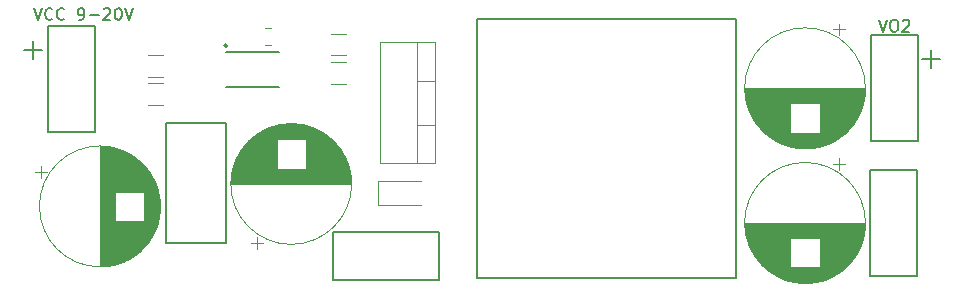
<source format=gbr>
G04 #@! TF.GenerationSoftware,KiCad,Pcbnew,5.1.5+dfsg1-2build2*
G04 #@! TF.CreationDate,2021-02-02T09:52:32+02:00*
G04 #@! TF.ProjectId,lm3488_dcdc,6c6d3334-3838-45f6-9463-64632e6b6963,rev?*
G04 #@! TF.SameCoordinates,Original*
G04 #@! TF.FileFunction,Legend,Top*
G04 #@! TF.FilePolarity,Positive*
%FSLAX46Y46*%
G04 Gerber Fmt 4.6, Leading zero omitted, Abs format (unit mm)*
G04 Created by KiCad (PCBNEW 5.1.5+dfsg1-2build2) date 2021-02-02 09:52:32*
%MOMM*%
%LPD*%
G04 APERTURE LIST*
%ADD10C,0.200000*%
%ADD11C,0.150000*%
%ADD12C,0.120000*%
G04 APERTURE END LIST*
D10*
X91938095Y-20792857D02*
X93461904Y-20792857D01*
X92700000Y-21554761D02*
X92700000Y-20030952D01*
D11*
X88266666Y-17502380D02*
X88600000Y-18502380D01*
X88933333Y-17502380D01*
X89457142Y-17502380D02*
X89647619Y-17502380D01*
X89742857Y-17550000D01*
X89838095Y-17645238D01*
X89885714Y-17835714D01*
X89885714Y-18169047D01*
X89838095Y-18359523D01*
X89742857Y-18454761D01*
X89647619Y-18502380D01*
X89457142Y-18502380D01*
X89361904Y-18454761D01*
X89266666Y-18359523D01*
X89219047Y-18169047D01*
X89219047Y-17835714D01*
X89266666Y-17645238D01*
X89361904Y-17550000D01*
X89457142Y-17502380D01*
X90266666Y-17597619D02*
X90314285Y-17550000D01*
X90409523Y-17502380D01*
X90647619Y-17502380D01*
X90742857Y-17550000D01*
X90790476Y-17597619D01*
X90838095Y-17692857D01*
X90838095Y-17788095D01*
X90790476Y-17930952D01*
X90219047Y-18502380D01*
X90838095Y-18502380D01*
D10*
X15888095Y-20042857D02*
X17411904Y-20042857D01*
X16650000Y-20804761D02*
X16650000Y-19280952D01*
D11*
X16709523Y-16502380D02*
X17042857Y-17502380D01*
X17376190Y-16502380D01*
X18280952Y-17407142D02*
X18233333Y-17454761D01*
X18090476Y-17502380D01*
X17995238Y-17502380D01*
X17852380Y-17454761D01*
X17757142Y-17359523D01*
X17709523Y-17264285D01*
X17661904Y-17073809D01*
X17661904Y-16930952D01*
X17709523Y-16740476D01*
X17757142Y-16645238D01*
X17852380Y-16550000D01*
X17995238Y-16502380D01*
X18090476Y-16502380D01*
X18233333Y-16550000D01*
X18280952Y-16597619D01*
X19280952Y-17407142D02*
X19233333Y-17454761D01*
X19090476Y-17502380D01*
X18995238Y-17502380D01*
X18852380Y-17454761D01*
X18757142Y-17359523D01*
X18709523Y-17264285D01*
X18661904Y-17073809D01*
X18661904Y-16930952D01*
X18709523Y-16740476D01*
X18757142Y-16645238D01*
X18852380Y-16550000D01*
X18995238Y-16502380D01*
X19090476Y-16502380D01*
X19233333Y-16550000D01*
X19280952Y-16597619D01*
X20519047Y-17502380D02*
X20709523Y-17502380D01*
X20804761Y-17454761D01*
X20852380Y-17407142D01*
X20947619Y-17264285D01*
X20995238Y-17073809D01*
X20995238Y-16692857D01*
X20947619Y-16597619D01*
X20900000Y-16550000D01*
X20804761Y-16502380D01*
X20614285Y-16502380D01*
X20519047Y-16550000D01*
X20471428Y-16597619D01*
X20423809Y-16692857D01*
X20423809Y-16930952D01*
X20471428Y-17026190D01*
X20519047Y-17073809D01*
X20614285Y-17121428D01*
X20804761Y-17121428D01*
X20900000Y-17073809D01*
X20947619Y-17026190D01*
X20995238Y-16930952D01*
X21423809Y-17121428D02*
X22185714Y-17121428D01*
X22614285Y-16597619D02*
X22661904Y-16550000D01*
X22757142Y-16502380D01*
X22995238Y-16502380D01*
X23090476Y-16550000D01*
X23138095Y-16597619D01*
X23185714Y-16692857D01*
X23185714Y-16788095D01*
X23138095Y-16930952D01*
X22566666Y-17502380D01*
X23185714Y-17502380D01*
X23804761Y-16502380D02*
X23900000Y-16502380D01*
X23995238Y-16550000D01*
X24042857Y-16597619D01*
X24090476Y-16692857D01*
X24138095Y-16883333D01*
X24138095Y-17121428D01*
X24090476Y-17311904D01*
X24042857Y-17407142D01*
X23995238Y-17454761D01*
X23900000Y-17502380D01*
X23804761Y-17502380D01*
X23709523Y-17454761D01*
X23661904Y-17407142D01*
X23614285Y-17311904D01*
X23566666Y-17121428D01*
X23566666Y-16883333D01*
X23614285Y-16692857D01*
X23661904Y-16597619D01*
X23709523Y-16550000D01*
X23804761Y-16502380D01*
X24423809Y-16502380D02*
X24757142Y-17502380D01*
X25090476Y-16502380D01*
D12*
X26397936Y-22890000D02*
X27602064Y-22890000D01*
X26397936Y-24710000D02*
X27602064Y-24710000D01*
X36821078Y-18190000D02*
X36303922Y-18190000D01*
X36821078Y-19610000D02*
X36303922Y-19610000D01*
X27420000Y-33300000D02*
G75*
G03X27420000Y-33300000I-5120000J0D01*
G01*
X22300000Y-28220000D02*
X22300000Y-38380000D01*
X22340000Y-28220000D02*
X22340000Y-38380000D01*
X22380000Y-28220000D02*
X22380000Y-38380000D01*
X22420000Y-28221000D02*
X22420000Y-38379000D01*
X22460000Y-28222000D02*
X22460000Y-38378000D01*
X22500000Y-28223000D02*
X22500000Y-38377000D01*
X22540000Y-28225000D02*
X22540000Y-38375000D01*
X22580000Y-28227000D02*
X22580000Y-38373000D01*
X22620000Y-28230000D02*
X22620000Y-38370000D01*
X22660000Y-28232000D02*
X22660000Y-38368000D01*
X22700000Y-28235000D02*
X22700000Y-38365000D01*
X22740000Y-28238000D02*
X22740000Y-38362000D01*
X22780000Y-28242000D02*
X22780000Y-38358000D01*
X22820000Y-28246000D02*
X22820000Y-38354000D01*
X22860000Y-28250000D02*
X22860000Y-38350000D01*
X22900000Y-28255000D02*
X22900000Y-38345000D01*
X22940000Y-28260000D02*
X22940000Y-38340000D01*
X22980000Y-28265000D02*
X22980000Y-38335000D01*
X23021000Y-28270000D02*
X23021000Y-38330000D01*
X23061000Y-28276000D02*
X23061000Y-38324000D01*
X23101000Y-28282000D02*
X23101000Y-38318000D01*
X23141000Y-28289000D02*
X23141000Y-38311000D01*
X23181000Y-28296000D02*
X23181000Y-38304000D01*
X23221000Y-28303000D02*
X23221000Y-38297000D01*
X23261000Y-28310000D02*
X23261000Y-38290000D01*
X23301000Y-28318000D02*
X23301000Y-38282000D01*
X23341000Y-28326000D02*
X23341000Y-38274000D01*
X23381000Y-28335000D02*
X23381000Y-38265000D01*
X23421000Y-28344000D02*
X23421000Y-38256000D01*
X23461000Y-28353000D02*
X23461000Y-38247000D01*
X23501000Y-28362000D02*
X23501000Y-38238000D01*
X23541000Y-28372000D02*
X23541000Y-38228000D01*
X23581000Y-28382000D02*
X23581000Y-32059000D01*
X23581000Y-34541000D02*
X23581000Y-38218000D01*
X23621000Y-28393000D02*
X23621000Y-32059000D01*
X23621000Y-34541000D02*
X23621000Y-38207000D01*
X23661000Y-28403000D02*
X23661000Y-32059000D01*
X23661000Y-34541000D02*
X23661000Y-38197000D01*
X23701000Y-28415000D02*
X23701000Y-32059000D01*
X23701000Y-34541000D02*
X23701000Y-38185000D01*
X23741000Y-28426000D02*
X23741000Y-32059000D01*
X23741000Y-34541000D02*
X23741000Y-38174000D01*
X23781000Y-28438000D02*
X23781000Y-32059000D01*
X23781000Y-34541000D02*
X23781000Y-38162000D01*
X23821000Y-28450000D02*
X23821000Y-32059000D01*
X23821000Y-34541000D02*
X23821000Y-38150000D01*
X23861000Y-28463000D02*
X23861000Y-32059000D01*
X23861000Y-34541000D02*
X23861000Y-38137000D01*
X23901000Y-28476000D02*
X23901000Y-32059000D01*
X23901000Y-34541000D02*
X23901000Y-38124000D01*
X23941000Y-28489000D02*
X23941000Y-32059000D01*
X23941000Y-34541000D02*
X23941000Y-38111000D01*
X23981000Y-28503000D02*
X23981000Y-32059000D01*
X23981000Y-34541000D02*
X23981000Y-38097000D01*
X24021000Y-28517000D02*
X24021000Y-32059000D01*
X24021000Y-34541000D02*
X24021000Y-38083000D01*
X24061000Y-28532000D02*
X24061000Y-32059000D01*
X24061000Y-34541000D02*
X24061000Y-38068000D01*
X24101000Y-28546000D02*
X24101000Y-32059000D01*
X24101000Y-34541000D02*
X24101000Y-38054000D01*
X24141000Y-28562000D02*
X24141000Y-32059000D01*
X24141000Y-34541000D02*
X24141000Y-38038000D01*
X24181000Y-28577000D02*
X24181000Y-32059000D01*
X24181000Y-34541000D02*
X24181000Y-38023000D01*
X24221000Y-28593000D02*
X24221000Y-32059000D01*
X24221000Y-34541000D02*
X24221000Y-38007000D01*
X24261000Y-28610000D02*
X24261000Y-32059000D01*
X24261000Y-34541000D02*
X24261000Y-37990000D01*
X24301000Y-28626000D02*
X24301000Y-32059000D01*
X24301000Y-34541000D02*
X24301000Y-37974000D01*
X24341000Y-28643000D02*
X24341000Y-32059000D01*
X24341000Y-34541000D02*
X24341000Y-37957000D01*
X24381000Y-28661000D02*
X24381000Y-32059000D01*
X24381000Y-34541000D02*
X24381000Y-37939000D01*
X24421000Y-28679000D02*
X24421000Y-32059000D01*
X24421000Y-34541000D02*
X24421000Y-37921000D01*
X24461000Y-28697000D02*
X24461000Y-32059000D01*
X24461000Y-34541000D02*
X24461000Y-37903000D01*
X24501000Y-28716000D02*
X24501000Y-32059000D01*
X24501000Y-34541000D02*
X24501000Y-37884000D01*
X24541000Y-28736000D02*
X24541000Y-32059000D01*
X24541000Y-34541000D02*
X24541000Y-37864000D01*
X24581000Y-28755000D02*
X24581000Y-32059000D01*
X24581000Y-34541000D02*
X24581000Y-37845000D01*
X24621000Y-28775000D02*
X24621000Y-32059000D01*
X24621000Y-34541000D02*
X24621000Y-37825000D01*
X24661000Y-28796000D02*
X24661000Y-32059000D01*
X24661000Y-34541000D02*
X24661000Y-37804000D01*
X24701000Y-28817000D02*
X24701000Y-32059000D01*
X24701000Y-34541000D02*
X24701000Y-37783000D01*
X24741000Y-28838000D02*
X24741000Y-32059000D01*
X24741000Y-34541000D02*
X24741000Y-37762000D01*
X24781000Y-28860000D02*
X24781000Y-32059000D01*
X24781000Y-34541000D02*
X24781000Y-37740000D01*
X24821000Y-28883000D02*
X24821000Y-32059000D01*
X24821000Y-34541000D02*
X24821000Y-37717000D01*
X24861000Y-28905000D02*
X24861000Y-32059000D01*
X24861000Y-34541000D02*
X24861000Y-37695000D01*
X24901000Y-28929000D02*
X24901000Y-32059000D01*
X24901000Y-34541000D02*
X24901000Y-37671000D01*
X24941000Y-28953000D02*
X24941000Y-32059000D01*
X24941000Y-34541000D02*
X24941000Y-37647000D01*
X24981000Y-28977000D02*
X24981000Y-32059000D01*
X24981000Y-34541000D02*
X24981000Y-37623000D01*
X25021000Y-29002000D02*
X25021000Y-32059000D01*
X25021000Y-34541000D02*
X25021000Y-37598000D01*
X25061000Y-29027000D02*
X25061000Y-32059000D01*
X25061000Y-34541000D02*
X25061000Y-37573000D01*
X25101000Y-29053000D02*
X25101000Y-32059000D01*
X25101000Y-34541000D02*
X25101000Y-37547000D01*
X25141000Y-29079000D02*
X25141000Y-32059000D01*
X25141000Y-34541000D02*
X25141000Y-37521000D01*
X25181000Y-29106000D02*
X25181000Y-32059000D01*
X25181000Y-34541000D02*
X25181000Y-37494000D01*
X25221000Y-29134000D02*
X25221000Y-32059000D01*
X25221000Y-34541000D02*
X25221000Y-37466000D01*
X25261000Y-29162000D02*
X25261000Y-32059000D01*
X25261000Y-34541000D02*
X25261000Y-37438000D01*
X25301000Y-29190000D02*
X25301000Y-32059000D01*
X25301000Y-34541000D02*
X25301000Y-37410000D01*
X25341000Y-29220000D02*
X25341000Y-32059000D01*
X25341000Y-34541000D02*
X25341000Y-37380000D01*
X25381000Y-29250000D02*
X25381000Y-32059000D01*
X25381000Y-34541000D02*
X25381000Y-37350000D01*
X25421000Y-29280000D02*
X25421000Y-32059000D01*
X25421000Y-34541000D02*
X25421000Y-37320000D01*
X25461000Y-29311000D02*
X25461000Y-32059000D01*
X25461000Y-34541000D02*
X25461000Y-37289000D01*
X25501000Y-29343000D02*
X25501000Y-32059000D01*
X25501000Y-34541000D02*
X25501000Y-37257000D01*
X25541000Y-29375000D02*
X25541000Y-32059000D01*
X25541000Y-34541000D02*
X25541000Y-37225000D01*
X25581000Y-29408000D02*
X25581000Y-32059000D01*
X25581000Y-34541000D02*
X25581000Y-37192000D01*
X25621000Y-29442000D02*
X25621000Y-32059000D01*
X25621000Y-34541000D02*
X25621000Y-37158000D01*
X25661000Y-29476000D02*
X25661000Y-32059000D01*
X25661000Y-34541000D02*
X25661000Y-37124000D01*
X25701000Y-29511000D02*
X25701000Y-32059000D01*
X25701000Y-34541000D02*
X25701000Y-37089000D01*
X25741000Y-29547000D02*
X25741000Y-32059000D01*
X25741000Y-34541000D02*
X25741000Y-37053000D01*
X25781000Y-29584000D02*
X25781000Y-32059000D01*
X25781000Y-34541000D02*
X25781000Y-37016000D01*
X25821000Y-29621000D02*
X25821000Y-32059000D01*
X25821000Y-34541000D02*
X25821000Y-36979000D01*
X25861000Y-29660000D02*
X25861000Y-32059000D01*
X25861000Y-34541000D02*
X25861000Y-36940000D01*
X25901000Y-29699000D02*
X25901000Y-32059000D01*
X25901000Y-34541000D02*
X25901000Y-36901000D01*
X25941000Y-29739000D02*
X25941000Y-32059000D01*
X25941000Y-34541000D02*
X25941000Y-36861000D01*
X25981000Y-29780000D02*
X25981000Y-32059000D01*
X25981000Y-34541000D02*
X25981000Y-36820000D01*
X26021000Y-29822000D02*
X26021000Y-32059000D01*
X26021000Y-34541000D02*
X26021000Y-36778000D01*
X26061000Y-29864000D02*
X26061000Y-36736000D01*
X26101000Y-29908000D02*
X26101000Y-36692000D01*
X26141000Y-29953000D02*
X26141000Y-36647000D01*
X26181000Y-29999000D02*
X26181000Y-36601000D01*
X26221000Y-30046000D02*
X26221000Y-36554000D01*
X26261000Y-30094000D02*
X26261000Y-36506000D01*
X26301000Y-30144000D02*
X26301000Y-36456000D01*
X26341000Y-30194000D02*
X26341000Y-36406000D01*
X26381000Y-30246000D02*
X26381000Y-36354000D01*
X26421000Y-30300000D02*
X26421000Y-36300000D01*
X26461000Y-30355000D02*
X26461000Y-36245000D01*
X26501000Y-30411000D02*
X26501000Y-36189000D01*
X26541000Y-30470000D02*
X26541000Y-36130000D01*
X26581000Y-30530000D02*
X26581000Y-36070000D01*
X26621000Y-30591000D02*
X26621000Y-36009000D01*
X26661000Y-30655000D02*
X26661000Y-35945000D01*
X26701000Y-30721000D02*
X26701000Y-35879000D01*
X26741000Y-30790000D02*
X26741000Y-35810000D01*
X26781000Y-30861000D02*
X26781000Y-35739000D01*
X26821000Y-30935000D02*
X26821000Y-35665000D01*
X26861000Y-31011000D02*
X26861000Y-35589000D01*
X26901000Y-31091000D02*
X26901000Y-35509000D01*
X26941000Y-31175000D02*
X26941000Y-35425000D01*
X26981000Y-31263000D02*
X26981000Y-35337000D01*
X27021000Y-31356000D02*
X27021000Y-35244000D01*
X27061000Y-31454000D02*
X27061000Y-35146000D01*
X27101000Y-31558000D02*
X27101000Y-35042000D01*
X27141000Y-31670000D02*
X27141000Y-34930000D01*
X27181000Y-31790000D02*
X27181000Y-34810000D01*
X27221000Y-31922000D02*
X27221000Y-34678000D01*
X27261000Y-32070000D02*
X27261000Y-34530000D01*
X27301000Y-32238000D02*
X27301000Y-34362000D01*
X27341000Y-32438000D02*
X27341000Y-34162000D01*
X27381000Y-32701000D02*
X27381000Y-33899000D01*
X16820354Y-30425000D02*
X17820354Y-30425000D01*
X17320354Y-29925000D02*
X17320354Y-30925000D01*
X87120000Y-23300000D02*
G75*
G03X87120000Y-23300000I-5120000J0D01*
G01*
X87080000Y-23300000D02*
X76920000Y-23300000D01*
X87080000Y-23340000D02*
X76920000Y-23340000D01*
X87080000Y-23380000D02*
X76920000Y-23380000D01*
X87079000Y-23420000D02*
X76921000Y-23420000D01*
X87078000Y-23460000D02*
X76922000Y-23460000D01*
X87077000Y-23500000D02*
X76923000Y-23500000D01*
X87075000Y-23540000D02*
X76925000Y-23540000D01*
X87073000Y-23580000D02*
X76927000Y-23580000D01*
X87070000Y-23620000D02*
X76930000Y-23620000D01*
X87068000Y-23660000D02*
X76932000Y-23660000D01*
X87065000Y-23700000D02*
X76935000Y-23700000D01*
X87062000Y-23740000D02*
X76938000Y-23740000D01*
X87058000Y-23780000D02*
X76942000Y-23780000D01*
X87054000Y-23820000D02*
X76946000Y-23820000D01*
X87050000Y-23860000D02*
X76950000Y-23860000D01*
X87045000Y-23900000D02*
X76955000Y-23900000D01*
X87040000Y-23940000D02*
X76960000Y-23940000D01*
X87035000Y-23980000D02*
X76965000Y-23980000D01*
X87030000Y-24021000D02*
X76970000Y-24021000D01*
X87024000Y-24061000D02*
X76976000Y-24061000D01*
X87018000Y-24101000D02*
X76982000Y-24101000D01*
X87011000Y-24141000D02*
X76989000Y-24141000D01*
X87004000Y-24181000D02*
X76996000Y-24181000D01*
X86997000Y-24221000D02*
X77003000Y-24221000D01*
X86990000Y-24261000D02*
X77010000Y-24261000D01*
X86982000Y-24301000D02*
X77018000Y-24301000D01*
X86974000Y-24341000D02*
X77026000Y-24341000D01*
X86965000Y-24381000D02*
X77035000Y-24381000D01*
X86956000Y-24421000D02*
X77044000Y-24421000D01*
X86947000Y-24461000D02*
X77053000Y-24461000D01*
X86938000Y-24501000D02*
X77062000Y-24501000D01*
X86928000Y-24541000D02*
X77072000Y-24541000D01*
X86918000Y-24581000D02*
X83241000Y-24581000D01*
X80759000Y-24581000D02*
X77082000Y-24581000D01*
X86907000Y-24621000D02*
X83241000Y-24621000D01*
X80759000Y-24621000D02*
X77093000Y-24621000D01*
X86897000Y-24661000D02*
X83241000Y-24661000D01*
X80759000Y-24661000D02*
X77103000Y-24661000D01*
X86885000Y-24701000D02*
X83241000Y-24701000D01*
X80759000Y-24701000D02*
X77115000Y-24701000D01*
X86874000Y-24741000D02*
X83241000Y-24741000D01*
X80759000Y-24741000D02*
X77126000Y-24741000D01*
X86862000Y-24781000D02*
X83241000Y-24781000D01*
X80759000Y-24781000D02*
X77138000Y-24781000D01*
X86850000Y-24821000D02*
X83241000Y-24821000D01*
X80759000Y-24821000D02*
X77150000Y-24821000D01*
X86837000Y-24861000D02*
X83241000Y-24861000D01*
X80759000Y-24861000D02*
X77163000Y-24861000D01*
X86824000Y-24901000D02*
X83241000Y-24901000D01*
X80759000Y-24901000D02*
X77176000Y-24901000D01*
X86811000Y-24941000D02*
X83241000Y-24941000D01*
X80759000Y-24941000D02*
X77189000Y-24941000D01*
X86797000Y-24981000D02*
X83241000Y-24981000D01*
X80759000Y-24981000D02*
X77203000Y-24981000D01*
X86783000Y-25021000D02*
X83241000Y-25021000D01*
X80759000Y-25021000D02*
X77217000Y-25021000D01*
X86768000Y-25061000D02*
X83241000Y-25061000D01*
X80759000Y-25061000D02*
X77232000Y-25061000D01*
X86754000Y-25101000D02*
X83241000Y-25101000D01*
X80759000Y-25101000D02*
X77246000Y-25101000D01*
X86738000Y-25141000D02*
X83241000Y-25141000D01*
X80759000Y-25141000D02*
X77262000Y-25141000D01*
X86723000Y-25181000D02*
X83241000Y-25181000D01*
X80759000Y-25181000D02*
X77277000Y-25181000D01*
X86707000Y-25221000D02*
X83241000Y-25221000D01*
X80759000Y-25221000D02*
X77293000Y-25221000D01*
X86690000Y-25261000D02*
X83241000Y-25261000D01*
X80759000Y-25261000D02*
X77310000Y-25261000D01*
X86674000Y-25301000D02*
X83241000Y-25301000D01*
X80759000Y-25301000D02*
X77326000Y-25301000D01*
X86657000Y-25341000D02*
X83241000Y-25341000D01*
X80759000Y-25341000D02*
X77343000Y-25341000D01*
X86639000Y-25381000D02*
X83241000Y-25381000D01*
X80759000Y-25381000D02*
X77361000Y-25381000D01*
X86621000Y-25421000D02*
X83241000Y-25421000D01*
X80759000Y-25421000D02*
X77379000Y-25421000D01*
X86603000Y-25461000D02*
X83241000Y-25461000D01*
X80759000Y-25461000D02*
X77397000Y-25461000D01*
X86584000Y-25501000D02*
X83241000Y-25501000D01*
X80759000Y-25501000D02*
X77416000Y-25501000D01*
X86564000Y-25541000D02*
X83241000Y-25541000D01*
X80759000Y-25541000D02*
X77436000Y-25541000D01*
X86545000Y-25581000D02*
X83241000Y-25581000D01*
X80759000Y-25581000D02*
X77455000Y-25581000D01*
X86525000Y-25621000D02*
X83241000Y-25621000D01*
X80759000Y-25621000D02*
X77475000Y-25621000D01*
X86504000Y-25661000D02*
X83241000Y-25661000D01*
X80759000Y-25661000D02*
X77496000Y-25661000D01*
X86483000Y-25701000D02*
X83241000Y-25701000D01*
X80759000Y-25701000D02*
X77517000Y-25701000D01*
X86462000Y-25741000D02*
X83241000Y-25741000D01*
X80759000Y-25741000D02*
X77538000Y-25741000D01*
X86440000Y-25781000D02*
X83241000Y-25781000D01*
X80759000Y-25781000D02*
X77560000Y-25781000D01*
X86417000Y-25821000D02*
X83241000Y-25821000D01*
X80759000Y-25821000D02*
X77583000Y-25821000D01*
X86395000Y-25861000D02*
X83241000Y-25861000D01*
X80759000Y-25861000D02*
X77605000Y-25861000D01*
X86371000Y-25901000D02*
X83241000Y-25901000D01*
X80759000Y-25901000D02*
X77629000Y-25901000D01*
X86347000Y-25941000D02*
X83241000Y-25941000D01*
X80759000Y-25941000D02*
X77653000Y-25941000D01*
X86323000Y-25981000D02*
X83241000Y-25981000D01*
X80759000Y-25981000D02*
X77677000Y-25981000D01*
X86298000Y-26021000D02*
X83241000Y-26021000D01*
X80759000Y-26021000D02*
X77702000Y-26021000D01*
X86273000Y-26061000D02*
X83241000Y-26061000D01*
X80759000Y-26061000D02*
X77727000Y-26061000D01*
X86247000Y-26101000D02*
X83241000Y-26101000D01*
X80759000Y-26101000D02*
X77753000Y-26101000D01*
X86221000Y-26141000D02*
X83241000Y-26141000D01*
X80759000Y-26141000D02*
X77779000Y-26141000D01*
X86194000Y-26181000D02*
X83241000Y-26181000D01*
X80759000Y-26181000D02*
X77806000Y-26181000D01*
X86166000Y-26221000D02*
X83241000Y-26221000D01*
X80759000Y-26221000D02*
X77834000Y-26221000D01*
X86138000Y-26261000D02*
X83241000Y-26261000D01*
X80759000Y-26261000D02*
X77862000Y-26261000D01*
X86110000Y-26301000D02*
X83241000Y-26301000D01*
X80759000Y-26301000D02*
X77890000Y-26301000D01*
X86080000Y-26341000D02*
X83241000Y-26341000D01*
X80759000Y-26341000D02*
X77920000Y-26341000D01*
X86050000Y-26381000D02*
X83241000Y-26381000D01*
X80759000Y-26381000D02*
X77950000Y-26381000D01*
X86020000Y-26421000D02*
X83241000Y-26421000D01*
X80759000Y-26421000D02*
X77980000Y-26421000D01*
X85989000Y-26461000D02*
X83241000Y-26461000D01*
X80759000Y-26461000D02*
X78011000Y-26461000D01*
X85957000Y-26501000D02*
X83241000Y-26501000D01*
X80759000Y-26501000D02*
X78043000Y-26501000D01*
X85925000Y-26541000D02*
X83241000Y-26541000D01*
X80759000Y-26541000D02*
X78075000Y-26541000D01*
X85892000Y-26581000D02*
X83241000Y-26581000D01*
X80759000Y-26581000D02*
X78108000Y-26581000D01*
X85858000Y-26621000D02*
X83241000Y-26621000D01*
X80759000Y-26621000D02*
X78142000Y-26621000D01*
X85824000Y-26661000D02*
X83241000Y-26661000D01*
X80759000Y-26661000D02*
X78176000Y-26661000D01*
X85789000Y-26701000D02*
X83241000Y-26701000D01*
X80759000Y-26701000D02*
X78211000Y-26701000D01*
X85753000Y-26741000D02*
X83241000Y-26741000D01*
X80759000Y-26741000D02*
X78247000Y-26741000D01*
X85716000Y-26781000D02*
X83241000Y-26781000D01*
X80759000Y-26781000D02*
X78284000Y-26781000D01*
X85679000Y-26821000D02*
X83241000Y-26821000D01*
X80759000Y-26821000D02*
X78321000Y-26821000D01*
X85640000Y-26861000D02*
X83241000Y-26861000D01*
X80759000Y-26861000D02*
X78360000Y-26861000D01*
X85601000Y-26901000D02*
X83241000Y-26901000D01*
X80759000Y-26901000D02*
X78399000Y-26901000D01*
X85561000Y-26941000D02*
X83241000Y-26941000D01*
X80759000Y-26941000D02*
X78439000Y-26941000D01*
X85520000Y-26981000D02*
X83241000Y-26981000D01*
X80759000Y-26981000D02*
X78480000Y-26981000D01*
X85478000Y-27021000D02*
X83241000Y-27021000D01*
X80759000Y-27021000D02*
X78522000Y-27021000D01*
X85436000Y-27061000D02*
X78564000Y-27061000D01*
X85392000Y-27101000D02*
X78608000Y-27101000D01*
X85347000Y-27141000D02*
X78653000Y-27141000D01*
X85301000Y-27181000D02*
X78699000Y-27181000D01*
X85254000Y-27221000D02*
X78746000Y-27221000D01*
X85206000Y-27261000D02*
X78794000Y-27261000D01*
X85156000Y-27301000D02*
X78844000Y-27301000D01*
X85106000Y-27341000D02*
X78894000Y-27341000D01*
X85054000Y-27381000D02*
X78946000Y-27381000D01*
X85000000Y-27421000D02*
X79000000Y-27421000D01*
X84945000Y-27461000D02*
X79055000Y-27461000D01*
X84889000Y-27501000D02*
X79111000Y-27501000D01*
X84830000Y-27541000D02*
X79170000Y-27541000D01*
X84770000Y-27581000D02*
X79230000Y-27581000D01*
X84709000Y-27621000D02*
X79291000Y-27621000D01*
X84645000Y-27661000D02*
X79355000Y-27661000D01*
X84579000Y-27701000D02*
X79421000Y-27701000D01*
X84510000Y-27741000D02*
X79490000Y-27741000D01*
X84439000Y-27781000D02*
X79561000Y-27781000D01*
X84365000Y-27821000D02*
X79635000Y-27821000D01*
X84289000Y-27861000D02*
X79711000Y-27861000D01*
X84209000Y-27901000D02*
X79791000Y-27901000D01*
X84125000Y-27941000D02*
X79875000Y-27941000D01*
X84037000Y-27981000D02*
X79963000Y-27981000D01*
X83944000Y-28021000D02*
X80056000Y-28021000D01*
X83846000Y-28061000D02*
X80154000Y-28061000D01*
X83742000Y-28101000D02*
X80258000Y-28101000D01*
X83630000Y-28141000D02*
X80370000Y-28141000D01*
X83510000Y-28181000D02*
X80490000Y-28181000D01*
X83378000Y-28221000D02*
X80622000Y-28221000D01*
X83230000Y-28261000D02*
X80770000Y-28261000D01*
X83062000Y-28301000D02*
X80938000Y-28301000D01*
X82862000Y-28341000D02*
X81138000Y-28341000D01*
X82599000Y-28381000D02*
X81401000Y-28381000D01*
X84875000Y-17820354D02*
X84875000Y-18820354D01*
X85375000Y-18320354D02*
X84375000Y-18320354D01*
X85375000Y-29720354D02*
X84375000Y-29720354D01*
X84875000Y-29220354D02*
X84875000Y-30220354D01*
X82599000Y-39781000D02*
X81401000Y-39781000D01*
X82862000Y-39741000D02*
X81138000Y-39741000D01*
X83062000Y-39701000D02*
X80938000Y-39701000D01*
X83230000Y-39661000D02*
X80770000Y-39661000D01*
X83378000Y-39621000D02*
X80622000Y-39621000D01*
X83510000Y-39581000D02*
X80490000Y-39581000D01*
X83630000Y-39541000D02*
X80370000Y-39541000D01*
X83742000Y-39501000D02*
X80258000Y-39501000D01*
X83846000Y-39461000D02*
X80154000Y-39461000D01*
X83944000Y-39421000D02*
X80056000Y-39421000D01*
X84037000Y-39381000D02*
X79963000Y-39381000D01*
X84125000Y-39341000D02*
X79875000Y-39341000D01*
X84209000Y-39301000D02*
X79791000Y-39301000D01*
X84289000Y-39261000D02*
X79711000Y-39261000D01*
X84365000Y-39221000D02*
X79635000Y-39221000D01*
X84439000Y-39181000D02*
X79561000Y-39181000D01*
X84510000Y-39141000D02*
X79490000Y-39141000D01*
X84579000Y-39101000D02*
X79421000Y-39101000D01*
X84645000Y-39061000D02*
X79355000Y-39061000D01*
X84709000Y-39021000D02*
X79291000Y-39021000D01*
X84770000Y-38981000D02*
X79230000Y-38981000D01*
X84830000Y-38941000D02*
X79170000Y-38941000D01*
X84889000Y-38901000D02*
X79111000Y-38901000D01*
X84945000Y-38861000D02*
X79055000Y-38861000D01*
X85000000Y-38821000D02*
X79000000Y-38821000D01*
X85054000Y-38781000D02*
X78946000Y-38781000D01*
X85106000Y-38741000D02*
X78894000Y-38741000D01*
X85156000Y-38701000D02*
X78844000Y-38701000D01*
X85206000Y-38661000D02*
X78794000Y-38661000D01*
X85254000Y-38621000D02*
X78746000Y-38621000D01*
X85301000Y-38581000D02*
X78699000Y-38581000D01*
X85347000Y-38541000D02*
X78653000Y-38541000D01*
X85392000Y-38501000D02*
X78608000Y-38501000D01*
X85436000Y-38461000D02*
X78564000Y-38461000D01*
X80759000Y-38421000D02*
X78522000Y-38421000D01*
X85478000Y-38421000D02*
X83241000Y-38421000D01*
X80759000Y-38381000D02*
X78480000Y-38381000D01*
X85520000Y-38381000D02*
X83241000Y-38381000D01*
X80759000Y-38341000D02*
X78439000Y-38341000D01*
X85561000Y-38341000D02*
X83241000Y-38341000D01*
X80759000Y-38301000D02*
X78399000Y-38301000D01*
X85601000Y-38301000D02*
X83241000Y-38301000D01*
X80759000Y-38261000D02*
X78360000Y-38261000D01*
X85640000Y-38261000D02*
X83241000Y-38261000D01*
X80759000Y-38221000D02*
X78321000Y-38221000D01*
X85679000Y-38221000D02*
X83241000Y-38221000D01*
X80759000Y-38181000D02*
X78284000Y-38181000D01*
X85716000Y-38181000D02*
X83241000Y-38181000D01*
X80759000Y-38141000D02*
X78247000Y-38141000D01*
X85753000Y-38141000D02*
X83241000Y-38141000D01*
X80759000Y-38101000D02*
X78211000Y-38101000D01*
X85789000Y-38101000D02*
X83241000Y-38101000D01*
X80759000Y-38061000D02*
X78176000Y-38061000D01*
X85824000Y-38061000D02*
X83241000Y-38061000D01*
X80759000Y-38021000D02*
X78142000Y-38021000D01*
X85858000Y-38021000D02*
X83241000Y-38021000D01*
X80759000Y-37981000D02*
X78108000Y-37981000D01*
X85892000Y-37981000D02*
X83241000Y-37981000D01*
X80759000Y-37941000D02*
X78075000Y-37941000D01*
X85925000Y-37941000D02*
X83241000Y-37941000D01*
X80759000Y-37901000D02*
X78043000Y-37901000D01*
X85957000Y-37901000D02*
X83241000Y-37901000D01*
X80759000Y-37861000D02*
X78011000Y-37861000D01*
X85989000Y-37861000D02*
X83241000Y-37861000D01*
X80759000Y-37821000D02*
X77980000Y-37821000D01*
X86020000Y-37821000D02*
X83241000Y-37821000D01*
X80759000Y-37781000D02*
X77950000Y-37781000D01*
X86050000Y-37781000D02*
X83241000Y-37781000D01*
X80759000Y-37741000D02*
X77920000Y-37741000D01*
X86080000Y-37741000D02*
X83241000Y-37741000D01*
X80759000Y-37701000D02*
X77890000Y-37701000D01*
X86110000Y-37701000D02*
X83241000Y-37701000D01*
X80759000Y-37661000D02*
X77862000Y-37661000D01*
X86138000Y-37661000D02*
X83241000Y-37661000D01*
X80759000Y-37621000D02*
X77834000Y-37621000D01*
X86166000Y-37621000D02*
X83241000Y-37621000D01*
X80759000Y-37581000D02*
X77806000Y-37581000D01*
X86194000Y-37581000D02*
X83241000Y-37581000D01*
X80759000Y-37541000D02*
X77779000Y-37541000D01*
X86221000Y-37541000D02*
X83241000Y-37541000D01*
X80759000Y-37501000D02*
X77753000Y-37501000D01*
X86247000Y-37501000D02*
X83241000Y-37501000D01*
X80759000Y-37461000D02*
X77727000Y-37461000D01*
X86273000Y-37461000D02*
X83241000Y-37461000D01*
X80759000Y-37421000D02*
X77702000Y-37421000D01*
X86298000Y-37421000D02*
X83241000Y-37421000D01*
X80759000Y-37381000D02*
X77677000Y-37381000D01*
X86323000Y-37381000D02*
X83241000Y-37381000D01*
X80759000Y-37341000D02*
X77653000Y-37341000D01*
X86347000Y-37341000D02*
X83241000Y-37341000D01*
X80759000Y-37301000D02*
X77629000Y-37301000D01*
X86371000Y-37301000D02*
X83241000Y-37301000D01*
X80759000Y-37261000D02*
X77605000Y-37261000D01*
X86395000Y-37261000D02*
X83241000Y-37261000D01*
X80759000Y-37221000D02*
X77583000Y-37221000D01*
X86417000Y-37221000D02*
X83241000Y-37221000D01*
X80759000Y-37181000D02*
X77560000Y-37181000D01*
X86440000Y-37181000D02*
X83241000Y-37181000D01*
X80759000Y-37141000D02*
X77538000Y-37141000D01*
X86462000Y-37141000D02*
X83241000Y-37141000D01*
X80759000Y-37101000D02*
X77517000Y-37101000D01*
X86483000Y-37101000D02*
X83241000Y-37101000D01*
X80759000Y-37061000D02*
X77496000Y-37061000D01*
X86504000Y-37061000D02*
X83241000Y-37061000D01*
X80759000Y-37021000D02*
X77475000Y-37021000D01*
X86525000Y-37021000D02*
X83241000Y-37021000D01*
X80759000Y-36981000D02*
X77455000Y-36981000D01*
X86545000Y-36981000D02*
X83241000Y-36981000D01*
X80759000Y-36941000D02*
X77436000Y-36941000D01*
X86564000Y-36941000D02*
X83241000Y-36941000D01*
X80759000Y-36901000D02*
X77416000Y-36901000D01*
X86584000Y-36901000D02*
X83241000Y-36901000D01*
X80759000Y-36861000D02*
X77397000Y-36861000D01*
X86603000Y-36861000D02*
X83241000Y-36861000D01*
X80759000Y-36821000D02*
X77379000Y-36821000D01*
X86621000Y-36821000D02*
X83241000Y-36821000D01*
X80759000Y-36781000D02*
X77361000Y-36781000D01*
X86639000Y-36781000D02*
X83241000Y-36781000D01*
X80759000Y-36741000D02*
X77343000Y-36741000D01*
X86657000Y-36741000D02*
X83241000Y-36741000D01*
X80759000Y-36701000D02*
X77326000Y-36701000D01*
X86674000Y-36701000D02*
X83241000Y-36701000D01*
X80759000Y-36661000D02*
X77310000Y-36661000D01*
X86690000Y-36661000D02*
X83241000Y-36661000D01*
X80759000Y-36621000D02*
X77293000Y-36621000D01*
X86707000Y-36621000D02*
X83241000Y-36621000D01*
X80759000Y-36581000D02*
X77277000Y-36581000D01*
X86723000Y-36581000D02*
X83241000Y-36581000D01*
X80759000Y-36541000D02*
X77262000Y-36541000D01*
X86738000Y-36541000D02*
X83241000Y-36541000D01*
X80759000Y-36501000D02*
X77246000Y-36501000D01*
X86754000Y-36501000D02*
X83241000Y-36501000D01*
X80759000Y-36461000D02*
X77232000Y-36461000D01*
X86768000Y-36461000D02*
X83241000Y-36461000D01*
X80759000Y-36421000D02*
X77217000Y-36421000D01*
X86783000Y-36421000D02*
X83241000Y-36421000D01*
X80759000Y-36381000D02*
X77203000Y-36381000D01*
X86797000Y-36381000D02*
X83241000Y-36381000D01*
X80759000Y-36341000D02*
X77189000Y-36341000D01*
X86811000Y-36341000D02*
X83241000Y-36341000D01*
X80759000Y-36301000D02*
X77176000Y-36301000D01*
X86824000Y-36301000D02*
X83241000Y-36301000D01*
X80759000Y-36261000D02*
X77163000Y-36261000D01*
X86837000Y-36261000D02*
X83241000Y-36261000D01*
X80759000Y-36221000D02*
X77150000Y-36221000D01*
X86850000Y-36221000D02*
X83241000Y-36221000D01*
X80759000Y-36181000D02*
X77138000Y-36181000D01*
X86862000Y-36181000D02*
X83241000Y-36181000D01*
X80759000Y-36141000D02*
X77126000Y-36141000D01*
X86874000Y-36141000D02*
X83241000Y-36141000D01*
X80759000Y-36101000D02*
X77115000Y-36101000D01*
X86885000Y-36101000D02*
X83241000Y-36101000D01*
X80759000Y-36061000D02*
X77103000Y-36061000D01*
X86897000Y-36061000D02*
X83241000Y-36061000D01*
X80759000Y-36021000D02*
X77093000Y-36021000D01*
X86907000Y-36021000D02*
X83241000Y-36021000D01*
X80759000Y-35981000D02*
X77082000Y-35981000D01*
X86918000Y-35981000D02*
X83241000Y-35981000D01*
X86928000Y-35941000D02*
X77072000Y-35941000D01*
X86938000Y-35901000D02*
X77062000Y-35901000D01*
X86947000Y-35861000D02*
X77053000Y-35861000D01*
X86956000Y-35821000D02*
X77044000Y-35821000D01*
X86965000Y-35781000D02*
X77035000Y-35781000D01*
X86974000Y-35741000D02*
X77026000Y-35741000D01*
X86982000Y-35701000D02*
X77018000Y-35701000D01*
X86990000Y-35661000D02*
X77010000Y-35661000D01*
X86997000Y-35621000D02*
X77003000Y-35621000D01*
X87004000Y-35581000D02*
X76996000Y-35581000D01*
X87011000Y-35541000D02*
X76989000Y-35541000D01*
X87018000Y-35501000D02*
X76982000Y-35501000D01*
X87024000Y-35461000D02*
X76976000Y-35461000D01*
X87030000Y-35421000D02*
X76970000Y-35421000D01*
X87035000Y-35380000D02*
X76965000Y-35380000D01*
X87040000Y-35340000D02*
X76960000Y-35340000D01*
X87045000Y-35300000D02*
X76955000Y-35300000D01*
X87050000Y-35260000D02*
X76950000Y-35260000D01*
X87054000Y-35220000D02*
X76946000Y-35220000D01*
X87058000Y-35180000D02*
X76942000Y-35180000D01*
X87062000Y-35140000D02*
X76938000Y-35140000D01*
X87065000Y-35100000D02*
X76935000Y-35100000D01*
X87068000Y-35060000D02*
X76932000Y-35060000D01*
X87070000Y-35020000D02*
X76930000Y-35020000D01*
X87073000Y-34980000D02*
X76927000Y-34980000D01*
X87075000Y-34940000D02*
X76925000Y-34940000D01*
X87077000Y-34900000D02*
X76923000Y-34900000D01*
X87078000Y-34860000D02*
X76922000Y-34860000D01*
X87079000Y-34820000D02*
X76921000Y-34820000D01*
X87080000Y-34780000D02*
X76920000Y-34780000D01*
X87080000Y-34740000D02*
X76920000Y-34740000D01*
X87080000Y-34700000D02*
X76920000Y-34700000D01*
X87120000Y-34700000D02*
G75*
G03X87120000Y-34700000I-5120000J0D01*
G01*
X35125000Y-36379646D02*
X36125000Y-36379646D01*
X35625000Y-36879646D02*
X35625000Y-35879646D01*
X37901000Y-26319000D02*
X39099000Y-26319000D01*
X37638000Y-26359000D02*
X39362000Y-26359000D01*
X37438000Y-26399000D02*
X39562000Y-26399000D01*
X37270000Y-26439000D02*
X39730000Y-26439000D01*
X37122000Y-26479000D02*
X39878000Y-26479000D01*
X36990000Y-26519000D02*
X40010000Y-26519000D01*
X36870000Y-26559000D02*
X40130000Y-26559000D01*
X36758000Y-26599000D02*
X40242000Y-26599000D01*
X36654000Y-26639000D02*
X40346000Y-26639000D01*
X36556000Y-26679000D02*
X40444000Y-26679000D01*
X36463000Y-26719000D02*
X40537000Y-26719000D01*
X36375000Y-26759000D02*
X40625000Y-26759000D01*
X36291000Y-26799000D02*
X40709000Y-26799000D01*
X36211000Y-26839000D02*
X40789000Y-26839000D01*
X36135000Y-26879000D02*
X40865000Y-26879000D01*
X36061000Y-26919000D02*
X40939000Y-26919000D01*
X35990000Y-26959000D02*
X41010000Y-26959000D01*
X35921000Y-26999000D02*
X41079000Y-26999000D01*
X35855000Y-27039000D02*
X41145000Y-27039000D01*
X35791000Y-27079000D02*
X41209000Y-27079000D01*
X35730000Y-27119000D02*
X41270000Y-27119000D01*
X35670000Y-27159000D02*
X41330000Y-27159000D01*
X35611000Y-27199000D02*
X41389000Y-27199000D01*
X35555000Y-27239000D02*
X41445000Y-27239000D01*
X35500000Y-27279000D02*
X41500000Y-27279000D01*
X35446000Y-27319000D02*
X41554000Y-27319000D01*
X35394000Y-27359000D02*
X41606000Y-27359000D01*
X35344000Y-27399000D02*
X41656000Y-27399000D01*
X35294000Y-27439000D02*
X41706000Y-27439000D01*
X35246000Y-27479000D02*
X41754000Y-27479000D01*
X35199000Y-27519000D02*
X41801000Y-27519000D01*
X35153000Y-27559000D02*
X41847000Y-27559000D01*
X35108000Y-27599000D02*
X41892000Y-27599000D01*
X35064000Y-27639000D02*
X41936000Y-27639000D01*
X39741000Y-27679000D02*
X41978000Y-27679000D01*
X35022000Y-27679000D02*
X37259000Y-27679000D01*
X39741000Y-27719000D02*
X42020000Y-27719000D01*
X34980000Y-27719000D02*
X37259000Y-27719000D01*
X39741000Y-27759000D02*
X42061000Y-27759000D01*
X34939000Y-27759000D02*
X37259000Y-27759000D01*
X39741000Y-27799000D02*
X42101000Y-27799000D01*
X34899000Y-27799000D02*
X37259000Y-27799000D01*
X39741000Y-27839000D02*
X42140000Y-27839000D01*
X34860000Y-27839000D02*
X37259000Y-27839000D01*
X39741000Y-27879000D02*
X42179000Y-27879000D01*
X34821000Y-27879000D02*
X37259000Y-27879000D01*
X39741000Y-27919000D02*
X42216000Y-27919000D01*
X34784000Y-27919000D02*
X37259000Y-27919000D01*
X39741000Y-27959000D02*
X42253000Y-27959000D01*
X34747000Y-27959000D02*
X37259000Y-27959000D01*
X39741000Y-27999000D02*
X42289000Y-27999000D01*
X34711000Y-27999000D02*
X37259000Y-27999000D01*
X39741000Y-28039000D02*
X42324000Y-28039000D01*
X34676000Y-28039000D02*
X37259000Y-28039000D01*
X39741000Y-28079000D02*
X42358000Y-28079000D01*
X34642000Y-28079000D02*
X37259000Y-28079000D01*
X39741000Y-28119000D02*
X42392000Y-28119000D01*
X34608000Y-28119000D02*
X37259000Y-28119000D01*
X39741000Y-28159000D02*
X42425000Y-28159000D01*
X34575000Y-28159000D02*
X37259000Y-28159000D01*
X39741000Y-28199000D02*
X42457000Y-28199000D01*
X34543000Y-28199000D02*
X37259000Y-28199000D01*
X39741000Y-28239000D02*
X42489000Y-28239000D01*
X34511000Y-28239000D02*
X37259000Y-28239000D01*
X39741000Y-28279000D02*
X42520000Y-28279000D01*
X34480000Y-28279000D02*
X37259000Y-28279000D01*
X39741000Y-28319000D02*
X42550000Y-28319000D01*
X34450000Y-28319000D02*
X37259000Y-28319000D01*
X39741000Y-28359000D02*
X42580000Y-28359000D01*
X34420000Y-28359000D02*
X37259000Y-28359000D01*
X39741000Y-28399000D02*
X42610000Y-28399000D01*
X34390000Y-28399000D02*
X37259000Y-28399000D01*
X39741000Y-28439000D02*
X42638000Y-28439000D01*
X34362000Y-28439000D02*
X37259000Y-28439000D01*
X39741000Y-28479000D02*
X42666000Y-28479000D01*
X34334000Y-28479000D02*
X37259000Y-28479000D01*
X39741000Y-28519000D02*
X42694000Y-28519000D01*
X34306000Y-28519000D02*
X37259000Y-28519000D01*
X39741000Y-28559000D02*
X42721000Y-28559000D01*
X34279000Y-28559000D02*
X37259000Y-28559000D01*
X39741000Y-28599000D02*
X42747000Y-28599000D01*
X34253000Y-28599000D02*
X37259000Y-28599000D01*
X39741000Y-28639000D02*
X42773000Y-28639000D01*
X34227000Y-28639000D02*
X37259000Y-28639000D01*
X39741000Y-28679000D02*
X42798000Y-28679000D01*
X34202000Y-28679000D02*
X37259000Y-28679000D01*
X39741000Y-28719000D02*
X42823000Y-28719000D01*
X34177000Y-28719000D02*
X37259000Y-28719000D01*
X39741000Y-28759000D02*
X42847000Y-28759000D01*
X34153000Y-28759000D02*
X37259000Y-28759000D01*
X39741000Y-28799000D02*
X42871000Y-28799000D01*
X34129000Y-28799000D02*
X37259000Y-28799000D01*
X39741000Y-28839000D02*
X42895000Y-28839000D01*
X34105000Y-28839000D02*
X37259000Y-28839000D01*
X39741000Y-28879000D02*
X42917000Y-28879000D01*
X34083000Y-28879000D02*
X37259000Y-28879000D01*
X39741000Y-28919000D02*
X42940000Y-28919000D01*
X34060000Y-28919000D02*
X37259000Y-28919000D01*
X39741000Y-28959000D02*
X42962000Y-28959000D01*
X34038000Y-28959000D02*
X37259000Y-28959000D01*
X39741000Y-28999000D02*
X42983000Y-28999000D01*
X34017000Y-28999000D02*
X37259000Y-28999000D01*
X39741000Y-29039000D02*
X43004000Y-29039000D01*
X33996000Y-29039000D02*
X37259000Y-29039000D01*
X39741000Y-29079000D02*
X43025000Y-29079000D01*
X33975000Y-29079000D02*
X37259000Y-29079000D01*
X39741000Y-29119000D02*
X43045000Y-29119000D01*
X33955000Y-29119000D02*
X37259000Y-29119000D01*
X39741000Y-29159000D02*
X43064000Y-29159000D01*
X33936000Y-29159000D02*
X37259000Y-29159000D01*
X39741000Y-29199000D02*
X43084000Y-29199000D01*
X33916000Y-29199000D02*
X37259000Y-29199000D01*
X39741000Y-29239000D02*
X43103000Y-29239000D01*
X33897000Y-29239000D02*
X37259000Y-29239000D01*
X39741000Y-29279000D02*
X43121000Y-29279000D01*
X33879000Y-29279000D02*
X37259000Y-29279000D01*
X39741000Y-29319000D02*
X43139000Y-29319000D01*
X33861000Y-29319000D02*
X37259000Y-29319000D01*
X39741000Y-29359000D02*
X43157000Y-29359000D01*
X33843000Y-29359000D02*
X37259000Y-29359000D01*
X39741000Y-29399000D02*
X43174000Y-29399000D01*
X33826000Y-29399000D02*
X37259000Y-29399000D01*
X39741000Y-29439000D02*
X43190000Y-29439000D01*
X33810000Y-29439000D02*
X37259000Y-29439000D01*
X39741000Y-29479000D02*
X43207000Y-29479000D01*
X33793000Y-29479000D02*
X37259000Y-29479000D01*
X39741000Y-29519000D02*
X43223000Y-29519000D01*
X33777000Y-29519000D02*
X37259000Y-29519000D01*
X39741000Y-29559000D02*
X43238000Y-29559000D01*
X33762000Y-29559000D02*
X37259000Y-29559000D01*
X39741000Y-29599000D02*
X43254000Y-29599000D01*
X33746000Y-29599000D02*
X37259000Y-29599000D01*
X39741000Y-29639000D02*
X43268000Y-29639000D01*
X33732000Y-29639000D02*
X37259000Y-29639000D01*
X39741000Y-29679000D02*
X43283000Y-29679000D01*
X33717000Y-29679000D02*
X37259000Y-29679000D01*
X39741000Y-29719000D02*
X43297000Y-29719000D01*
X33703000Y-29719000D02*
X37259000Y-29719000D01*
X39741000Y-29759000D02*
X43311000Y-29759000D01*
X33689000Y-29759000D02*
X37259000Y-29759000D01*
X39741000Y-29799000D02*
X43324000Y-29799000D01*
X33676000Y-29799000D02*
X37259000Y-29799000D01*
X39741000Y-29839000D02*
X43337000Y-29839000D01*
X33663000Y-29839000D02*
X37259000Y-29839000D01*
X39741000Y-29879000D02*
X43350000Y-29879000D01*
X33650000Y-29879000D02*
X37259000Y-29879000D01*
X39741000Y-29919000D02*
X43362000Y-29919000D01*
X33638000Y-29919000D02*
X37259000Y-29919000D01*
X39741000Y-29959000D02*
X43374000Y-29959000D01*
X33626000Y-29959000D02*
X37259000Y-29959000D01*
X39741000Y-29999000D02*
X43385000Y-29999000D01*
X33615000Y-29999000D02*
X37259000Y-29999000D01*
X39741000Y-30039000D02*
X43397000Y-30039000D01*
X33603000Y-30039000D02*
X37259000Y-30039000D01*
X39741000Y-30079000D02*
X43407000Y-30079000D01*
X33593000Y-30079000D02*
X37259000Y-30079000D01*
X39741000Y-30119000D02*
X43418000Y-30119000D01*
X33582000Y-30119000D02*
X37259000Y-30119000D01*
X33572000Y-30159000D02*
X43428000Y-30159000D01*
X33562000Y-30199000D02*
X43438000Y-30199000D01*
X33553000Y-30239000D02*
X43447000Y-30239000D01*
X33544000Y-30279000D02*
X43456000Y-30279000D01*
X33535000Y-30319000D02*
X43465000Y-30319000D01*
X33526000Y-30359000D02*
X43474000Y-30359000D01*
X33518000Y-30399000D02*
X43482000Y-30399000D01*
X33510000Y-30439000D02*
X43490000Y-30439000D01*
X33503000Y-30479000D02*
X43497000Y-30479000D01*
X33496000Y-30519000D02*
X43504000Y-30519000D01*
X33489000Y-30559000D02*
X43511000Y-30559000D01*
X33482000Y-30599000D02*
X43518000Y-30599000D01*
X33476000Y-30639000D02*
X43524000Y-30639000D01*
X33470000Y-30679000D02*
X43530000Y-30679000D01*
X33465000Y-30720000D02*
X43535000Y-30720000D01*
X33460000Y-30760000D02*
X43540000Y-30760000D01*
X33455000Y-30800000D02*
X43545000Y-30800000D01*
X33450000Y-30840000D02*
X43550000Y-30840000D01*
X33446000Y-30880000D02*
X43554000Y-30880000D01*
X33442000Y-30920000D02*
X43558000Y-30920000D01*
X33438000Y-30960000D02*
X43562000Y-30960000D01*
X33435000Y-31000000D02*
X43565000Y-31000000D01*
X33432000Y-31040000D02*
X43568000Y-31040000D01*
X33430000Y-31080000D02*
X43570000Y-31080000D01*
X33427000Y-31120000D02*
X43573000Y-31120000D01*
X33425000Y-31160000D02*
X43575000Y-31160000D01*
X33423000Y-31200000D02*
X43577000Y-31200000D01*
X33422000Y-31240000D02*
X43578000Y-31240000D01*
X33421000Y-31280000D02*
X43579000Y-31280000D01*
X33420000Y-31320000D02*
X43580000Y-31320000D01*
X33420000Y-31360000D02*
X43580000Y-31360000D01*
X33420000Y-31400000D02*
X43580000Y-31400000D01*
X43620000Y-31400000D02*
G75*
G03X43620000Y-31400000I-5120000J0D01*
G01*
D11*
X17900000Y-18000000D02*
X21900000Y-18000000D01*
X21900000Y-18000000D02*
X21900000Y-27000000D01*
X21900000Y-27000000D02*
X17900000Y-27000000D01*
X17900000Y-27000000D02*
X17900000Y-18000000D01*
X87600000Y-27800000D02*
X87600000Y-18800000D01*
X91600000Y-27800000D02*
X87600000Y-27800000D01*
X91600000Y-18800000D02*
X91600000Y-27800000D01*
X87600000Y-18800000D02*
X91600000Y-18800000D01*
X51000000Y-39500000D02*
X42000000Y-39500000D01*
X51000000Y-35500000D02*
X51000000Y-39500000D01*
X42000000Y-35500000D02*
X51000000Y-35500000D01*
X42000000Y-39500000D02*
X42000000Y-35500000D01*
X87500000Y-30200000D02*
X91500000Y-30200000D01*
X91500000Y-30200000D02*
X91500000Y-39200000D01*
X91500000Y-39200000D02*
X87500000Y-39200000D01*
X87500000Y-39200000D02*
X87500000Y-30200000D01*
D12*
X50670000Y-19420000D02*
X50670000Y-29660000D01*
X46029000Y-19420000D02*
X46029000Y-29660000D01*
X50670000Y-19420000D02*
X46029000Y-19420000D01*
X50670000Y-29660000D02*
X46029000Y-29660000D01*
X49160000Y-19420000D02*
X49160000Y-29660000D01*
X50670000Y-22690000D02*
X49160000Y-22690000D01*
X50670000Y-26391000D02*
X49160000Y-26391000D01*
X26397936Y-22310000D02*
X27602064Y-22310000D01*
X26397936Y-20490000D02*
X27602064Y-20490000D01*
X43102064Y-18690000D02*
X41897936Y-18690000D01*
X43102064Y-20510000D02*
X41897936Y-20510000D01*
X43102064Y-22910000D02*
X41897936Y-22910000D01*
X43102064Y-21090000D02*
X41897936Y-21090000D01*
D11*
X32940000Y-36440000D02*
X27860000Y-36440000D01*
X27860000Y-36440000D02*
X27860000Y-26280000D01*
X27860000Y-26280000D02*
X32940000Y-26280000D01*
X32940000Y-26280000D02*
X32940000Y-36440000D01*
X32950000Y-20200000D02*
X37450000Y-20200000D01*
X32950000Y-23200000D02*
X37450000Y-23200000D01*
X33091421Y-19700000D02*
G75*
G03X33091421Y-19700000I-141421J0D01*
G01*
X54200000Y-17400000D02*
X76200000Y-17400000D01*
X76200000Y-17400000D02*
X76200000Y-39400000D01*
X76200000Y-39400000D02*
X54200000Y-39400000D01*
X54200000Y-39400000D02*
X54200000Y-17400000D01*
D12*
X45820000Y-31190000D02*
X49500000Y-31190000D01*
X45820000Y-33210000D02*
X49500000Y-33210000D01*
X45820000Y-31190000D02*
X45820000Y-33210000D01*
M02*

</source>
